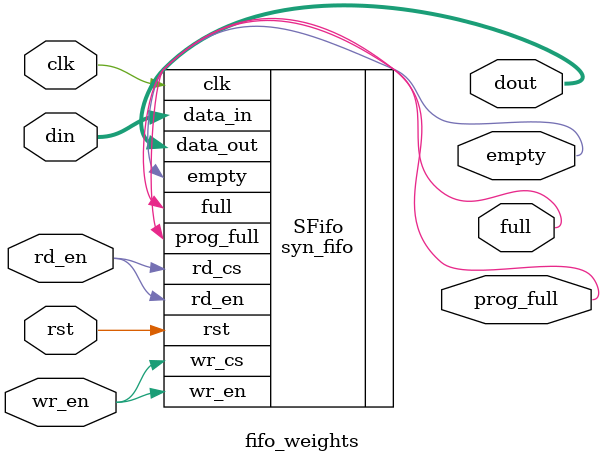
<source format=sv>


parameter WEIGHT_WIDTH = 96;
parameter WEIGHT_ADDR_WIDTH = 13;
parameter WEIGHT_DEPTH = 5001;

module fifo_weights(clk, rst, din, wr_en, rd_en, dout, full, empty, prog_full); //, wr_rst_busy, rd_rst_busy)
  input clk;
  input rst;
  input [WEIGHT_WIDTH - 1:0]din;
  input wr_en;
  input rd_en;
  output [WEIGHT_WIDTH - 1:0]dout;
  output full;
  output empty;
  output prog_full;
  syn_fifo #(WEIGHT_WIDTH, WEIGHT_ADDR_WIDTH, WEIGHT_DEPTH) SFifo (
	  .clk        (clk), 
	  .rst        (rst), 
	  .wr_cs      (wr_en), 
	  .rd_cs      (rd_en),
	  .data_in    (din),
	  .rd_en      (rd_en),
	  .wr_en      (wr_en),
	  .data_out   (dout),
	  .empty      (empty),
	  .full       (full),
	  .prog_full  (prog_full)
  );
endmodule



</source>
